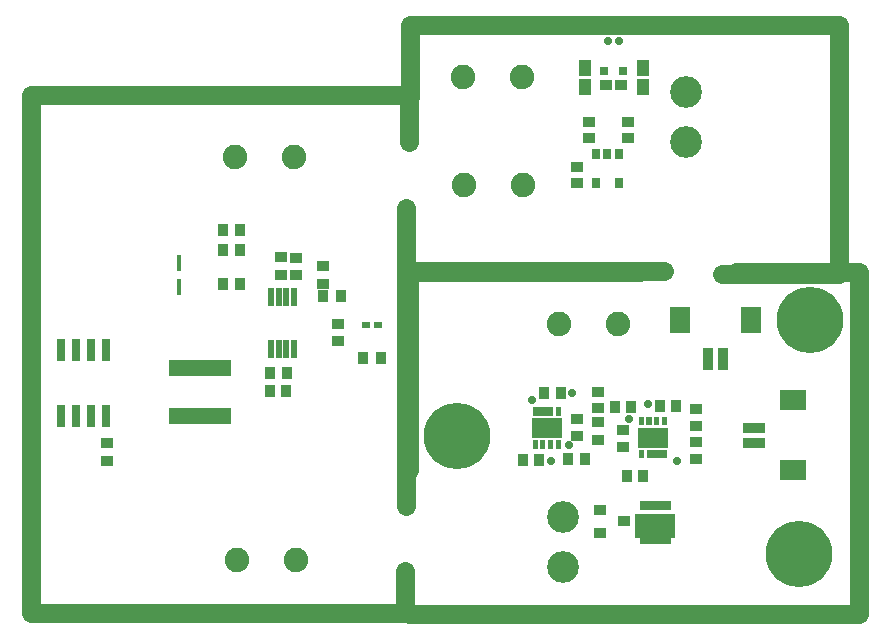
<source format=gts>
G04*
G04 #@! TF.GenerationSoftware,Altium Limited,Altium Designer,18.1.9 (240)*
G04*
G04 Layer_Color=8388736*
%FSLAX44Y44*%
%MOMM*%
G71*
G01*
G75*
%ADD19R,0.4572X1.3589*%
%ADD39C,1.6000*%
%ADD49C,0.7270*%
%ADD50R,1.0270X1.3770*%
%ADD51R,1.0270X0.8770*%
%ADD52R,0.6770X0.6770*%
%ADD53R,1.0270X0.9270*%
%ADD54R,0.6770X0.9270*%
%ADD55R,0.7270X0.6270*%
%ADD56R,0.7770X1.8770*%
%ADD57R,5.2070X1.3970*%
%ADD58R,0.9270X1.0270*%
%ADD59R,0.5842X1.4986*%
%ADD60R,0.8270X1.0270*%
%ADD61R,1.0270X0.8270*%
%ADD62R,0.6270X0.6870*%
%ADD63R,1.0270X0.8270*%
%ADD64R,0.8270X1.9270*%
%ADD65R,1.7270X2.3270*%
%ADD66R,1.9270X0.8270*%
%ADD67R,2.3270X1.7270*%
%ADD68R,1.0270X0.9270*%
%ADD69R,0.4270X0.7270*%
%ADD70R,2.5270X1.7270*%
%ADD71R,1.7270X0.7270*%
%ADD72C,2.6924*%
%ADD73C,2.0770*%
%ADD74C,5.6270*%
G36*
X448839Y165247D02*
X444430D01*
Y172640D01*
X448839D01*
Y165247D01*
D02*
G37*
G36*
X442333Y165245D02*
X424930D01*
Y172640D01*
X442333D01*
Y165245D01*
D02*
G37*
G36*
X538845Y157476D02*
X534457D01*
Y164903D01*
X538845D01*
Y157476D01*
D02*
G37*
G36*
X532345D02*
X527947D01*
Y164907D01*
X532345D01*
Y157476D01*
D02*
G37*
G36*
X525845D02*
X521437D01*
Y164902D01*
X525845D01*
Y157476D01*
D02*
G37*
G36*
X519345D02*
X514943D01*
Y164879D01*
X519345D01*
Y157476D01*
D02*
G37*
G36*
X448832Y137237D02*
X444430D01*
Y144640D01*
X448832D01*
Y137237D01*
D02*
G37*
G36*
X442338Y137214D02*
X437930D01*
Y144640D01*
X442338D01*
Y137214D01*
D02*
G37*
G36*
X429318Y137213D02*
X424930D01*
Y144640D01*
X429318D01*
Y137213D01*
D02*
G37*
G36*
X435828Y137209D02*
X431430D01*
Y144640D01*
X435828D01*
Y137209D01*
D02*
G37*
G36*
X538845Y129476D02*
X521442D01*
Y136870D01*
X538845D01*
Y129476D01*
D02*
G37*
G36*
X519345D02*
X514936D01*
Y136868D01*
X519345D01*
Y129476D01*
D02*
G37*
G36*
X541790Y86130D02*
X535390D01*
Y93130D01*
X541790D01*
Y86130D01*
D02*
G37*
G36*
X535290D02*
X528890D01*
Y93130D01*
X535290D01*
Y86130D01*
D02*
G37*
G36*
X528790D02*
X522390D01*
Y93130D01*
X528790D01*
Y86130D01*
D02*
G37*
G36*
X522290D02*
X515890D01*
Y93130D01*
X522290D01*
Y86130D01*
D02*
G37*
G36*
X545858Y71374D02*
Y61722D01*
X541790D01*
Y56730D01*
X535390D01*
Y61722D01*
X535290D01*
Y56730D01*
X528890D01*
Y61722D01*
X528790D01*
Y56730D01*
X522390D01*
Y61722D01*
X522290D01*
Y56730D01*
X515890D01*
Y61722D01*
X511822D01*
Y68072D01*
Y82042D01*
X545858D01*
Y71374D01*
D02*
G37*
D19*
X125730Y274256D02*
D03*
Y294704D02*
D03*
D39*
X535940Y288290D02*
X326390Y288290D01*
X321310Y496570D02*
Y435610D01*
Y496570D02*
X684530D01*
Y285750D01*
X585470Y285750D02*
X684530D01*
X320040Y397510D02*
Y436880D01*
X318010Y88900D02*
X318010Y341630D01*
X317250Y-1248D02*
Y34290D01*
X321310Y436880D02*
X0D01*
Y-1270D02*
Y436880D01*
Y-1270D02*
X321310Y-1248D01*
X596900Y287020D02*
X701040D01*
X322580D02*
X515620D01*
X320040Y119380D02*
Y287020D01*
X701040Y-2540D02*
Y287020D01*
X320040Y-2540D02*
X701040D01*
D49*
X498348Y482600D02*
D03*
X488696D02*
D03*
X506645Y162740D02*
D03*
X547215Y127000D02*
D03*
X522435Y175270D02*
D03*
X424180Y179080D02*
D03*
X440280Y127000D02*
D03*
X458149Y184740D02*
D03*
X455700Y140710D02*
D03*
D50*
X518326Y443616D02*
D03*
Y460116D02*
D03*
X469226Y443616D02*
D03*
Y460116D02*
D03*
D51*
X500026Y445866D02*
D03*
X487526D02*
D03*
D52*
X501776Y457866D02*
D03*
X485776D02*
D03*
D53*
X505460Y414670D02*
D03*
Y400670D02*
D03*
X462280Y362570D02*
D03*
Y376570D02*
D03*
X472440Y414670D02*
D03*
Y400670D02*
D03*
X260350Y229220D02*
D03*
Y243220D02*
D03*
X224562Y285100D02*
D03*
Y299100D02*
D03*
X480060Y172080D02*
D03*
Y186080D02*
D03*
X501495Y153366D02*
D03*
Y139366D02*
D03*
D54*
X488340Y386966D02*
D03*
X497840D02*
D03*
X478840D02*
D03*
Y362966D02*
D03*
X497840D02*
D03*
D55*
X283775Y242570D02*
D03*
X293775D02*
D03*
D56*
X25400Y165040D02*
D03*
X38100D02*
D03*
X50800D02*
D03*
X63500D02*
D03*
X25400Y221040D02*
D03*
X38100D02*
D03*
X50800D02*
D03*
X63500D02*
D03*
D57*
X143510Y205740D02*
D03*
Y165100D02*
D03*
D58*
X162952Y322580D02*
D03*
X176952D02*
D03*
X162952Y306070D02*
D03*
X176952D02*
D03*
X203035Y201930D02*
D03*
X217035D02*
D03*
X202550Y186690D02*
D03*
X216550D02*
D03*
X518655Y114836D02*
D03*
X504655D02*
D03*
X430720Y128240D02*
D03*
X416720D02*
D03*
X455180Y128860D02*
D03*
X469180D02*
D03*
X532669Y173876D02*
D03*
X546669D02*
D03*
X508595Y173256D02*
D03*
X494595D02*
D03*
X434960Y184740D02*
D03*
X448960D02*
D03*
D59*
X203382Y221869D02*
D03*
X209882D02*
D03*
X216382D02*
D03*
X222882D02*
D03*
Y265811D02*
D03*
X216382D02*
D03*
X209882D02*
D03*
X203382D02*
D03*
D60*
X177452Y276860D02*
D03*
X162452D02*
D03*
X262542Y266700D02*
D03*
X247542D02*
D03*
X281275Y214630D02*
D03*
X296275D02*
D03*
D61*
X64770Y142120D02*
D03*
Y127120D02*
D03*
X247650Y277100D02*
D03*
Y292100D02*
D03*
X211862Y299600D02*
D03*
Y284600D02*
D03*
X480060Y144900D02*
D03*
Y159900D02*
D03*
X563015Y171632D02*
D03*
Y156632D02*
D03*
D62*
X538590Y89630D02*
D03*
X532090D02*
D03*
X525590D02*
D03*
X519090D02*
D03*
Y60230D02*
D03*
X525590D02*
D03*
X532090D02*
D03*
X538590D02*
D03*
D63*
X481761Y85672D02*
D03*
Y66672D02*
D03*
X502015Y76222D02*
D03*
D64*
X586100Y213380D02*
D03*
X573600D02*
D03*
D65*
X609600Y246380D02*
D03*
X550100D02*
D03*
D66*
X612160Y142880D02*
D03*
Y155380D02*
D03*
D67*
X645160Y119380D02*
D03*
Y178880D02*
D03*
D68*
X563015Y143192D02*
D03*
Y129192D02*
D03*
X462280Y148750D02*
D03*
Y162750D02*
D03*
D69*
X517145Y133176D02*
D03*
Y161176D02*
D03*
X523645D02*
D03*
X530145D02*
D03*
X536645D02*
D03*
X446630Y168940D02*
D03*
Y140940D02*
D03*
X440130D02*
D03*
X433630D02*
D03*
X427130D02*
D03*
D70*
X526895Y147176D02*
D03*
X436880Y154940D02*
D03*
D71*
X530145Y133176D02*
D03*
X433630Y168940D02*
D03*
D72*
X554990Y439420D02*
D03*
Y397510D02*
D03*
X450540Y37825D02*
D03*
Y79735D02*
D03*
D73*
X416560Y360680D02*
D03*
X366560D02*
D03*
X416160Y452120D02*
D03*
X366160D02*
D03*
X174875Y43180D02*
D03*
X224875D02*
D03*
X172892Y384810D02*
D03*
X222892D02*
D03*
X497440Y243437D02*
D03*
X447440D02*
D03*
D74*
X360680Y148750D02*
D03*
X650240Y48260D02*
D03*
X660034Y246380D02*
D03*
M02*

</source>
